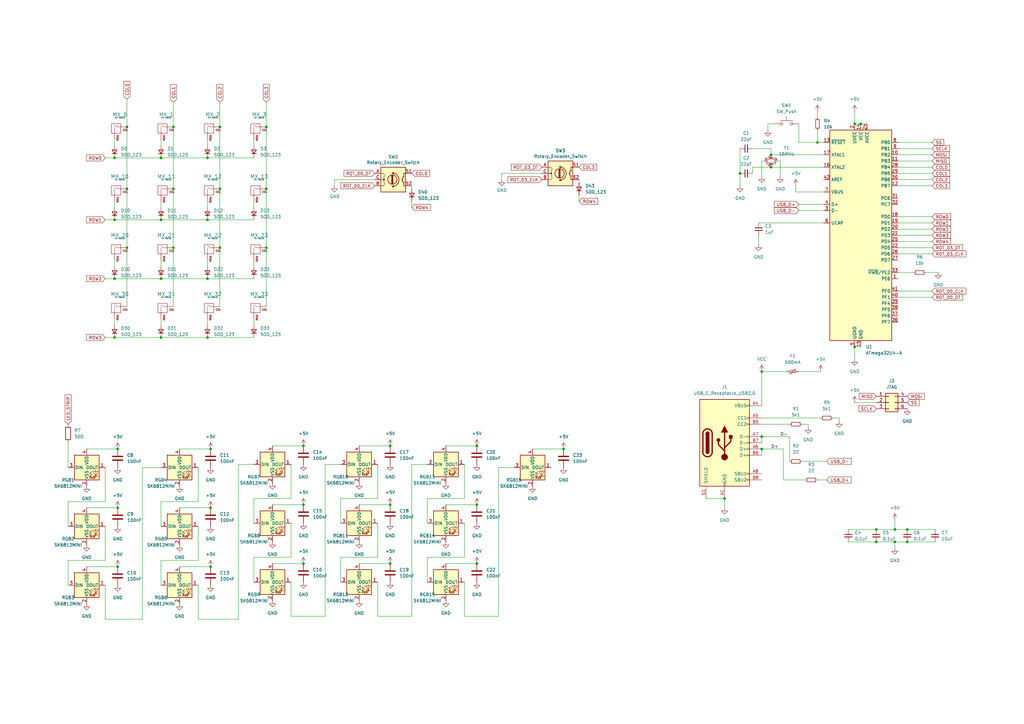
<source format=kicad_sch>
(kicad_sch (version 20211123) (generator eeschema)
  (paper "A3")
  (title_block (title "MacroPad") (rev "2"))
  (junction (at 52.07 77.47))
  (junction (at 316.23 63.5))
  (junction (at 160.02 207.01))
  (junction (at 312.42 184.15))
  (junction (at 52.07 52.07))
  (junction (at 90.17 101.6))
  (junction (at 359.41 222.25))
  (junction (at 312.42 152.4))
  (junction (at 109.22 52.07))
  (junction (at 85.09 64.77))
  (junction (at 372.11 217.17))
  (junction (at 367.03 222.25))
  (junction (at 195.58 182.88))
  (junction (at 85.09 90.17))
  (junction (at 71.12 101.6))
  (junction (at 350.52 142.24))
  (junction (at 66.04 64.77))
  (junction (at 85.09 138.43))
  (junction (at 71.12 77.47))
  (junction (at 66.04 138.43))
  (junction (at 124.46 231.14))
  (junction (at 86.36 184.15))
  (junction (at 353.06 50.8))
  (junction (at 86.36 208.28))
  (junction (at 303.53 71.12))
  (junction (at 90.17 52.07))
  (junction (at 66.04 114.3))
  (junction (at 86.36 232.41))
  (junction (at 195.58 207.01))
  (junction (at 109.22 101.6))
  (junction (at 90.17 77.47))
  (junction (at 367.03 217.17))
  (junction (at 85.09 114.3))
  (junction (at 335.28 58.42))
  (junction (at 48.26 208.28))
  (junction (at 46.99 138.43))
  (junction (at 46.99 114.3))
  (junction (at 297.18 204.47))
  (junction (at 124.46 182.88))
  (junction (at 231.14 184.15))
  (junction (at 66.04 90.17))
  (junction (at 48.26 232.41))
  (junction (at 350.52 50.8))
  (junction (at 71.12 52.07))
  (junction (at 109.22 77.47))
  (junction (at 195.58 231.14))
  (junction (at 124.46 207.01))
  (junction (at 372.11 222.25))
  (junction (at 48.26 184.15))
  (junction (at 312.42 179.07))
  (junction (at 46.99 64.77))
  (junction (at 52.07 101.6))
  (junction (at 359.41 217.17))
  (junction (at 316.23 68.58))
  (junction (at 160.02 231.14))
  (junction (at 160.02 182.88))
  (junction (at 46.99 90.17))
  (wire (pts (xy 66.04 229.87) (xy 66.04 240.03)))
  (wire (pts (xy 154.94 238.76) (xy 154.94 252.73)))
  (wire (pts (xy 382.27 104.14) (xy 368.3 104.14)))
  (wire (pts (xy 119.38 228.6) (xy 104.14 228.6)))
  (wire (pts (xy 347.98 222.25) (xy 359.41 222.25)))
  (wire (pts (xy 85.09 90.17) (xy 104.14 90.17)))
  (wire (pts (xy 43.18 215.9) (xy 43.18 229.87)))
  (wire (pts (xy 97.79 190.5) (xy 104.14 190.5)))
  (wire (pts (xy 368.3 71.12) (xy 382.27 71.12)))
  (wire (pts (xy 297.18 204.47) (xy 297.18 208.28)))
  (wire (pts (xy 104.14 204.47) (xy 104.14 214.63)))
  (wire (pts (xy 327.66 58.42) (xy 335.28 58.42)))
  (wire (pts (xy 90.17 52.07) (xy 90.17 77.47)))
  (wire (pts (xy 204.47 252.73) (xy 204.47 191.77)))
  (wire (pts (xy 66.04 205.74) (xy 66.04 215.9)))
  (wire (pts (xy 66.04 64.77) (xy 85.09 64.77)))
  (wire (pts (xy 327.66 50.8) (xy 327.66 58.42)))
  (wire (pts (xy 350.52 142.24) (xy 353.06 142.24)))
  (wire (pts (xy 111.76 207.01) (xy 124.46 207.01)))
  (wire (pts (xy 379.73 111.76) (xy 384.81 111.76)))
  (wire (pts (xy 104.14 228.6) (xy 104.14 238.76)))
  (wire (pts (xy 46.99 90.17) (xy 66.04 90.17)))
  (wire (pts (xy 312.42 173.99) (xy 323.85 173.99)))
  (wire (pts (xy 353.06 50.8) (xy 355.6 50.8)))
  (wire (pts (xy 367.03 213.36) (xy 367.03 217.17)))
  (wire (pts (xy 43.18 90.17) (xy 46.99 90.17)))
  (wire (pts (xy 133.35 190.5) (xy 139.7 190.5)))
  (wire (pts (xy 154.94 214.63) (xy 154.94 228.6)))
  (wire (pts (xy 303.53 60.96) (xy 303.53 71.12)))
  (wire (pts (xy 147.32 182.88) (xy 160.02 182.88)))
  (wire (pts (xy 35.56 208.28) (xy 48.26 208.28)))
  (wire (pts (xy 109.22 77.47) (xy 109.22 101.6)))
  (wire (pts (xy 190.5 228.6) (xy 175.26 228.6)))
  (wire (pts (xy 335.28 196.85) (xy 339.09 196.85)))
  (wire (pts (xy 190.5 252.73) (xy 204.47 252.73)))
  (wire (pts (xy 312.42 171.45) (xy 336.55 171.45)))
  (wire (pts (xy 58.42 254) (xy 58.42 191.77)))
  (wire (pts (xy 289.56 204.47) (xy 297.18 204.47)))
  (wire (pts (xy 81.28 215.9) (xy 81.28 229.87)))
  (wire (pts (xy 350.52 165.1) (xy 359.41 165.1)))
  (wire (pts (xy 81.28 205.74) (xy 66.04 205.74)))
  (wire (pts (xy 168.91 77.47) (xy 168.91 76.2)))
  (wire (pts (xy 43.18 138.43) (xy 46.99 138.43)))
  (wire (pts (xy 71.12 52.07) (xy 71.12 77.47)))
  (wire (pts (xy 326.39 76.2) (xy 326.39 78.74)))
  (wire (pts (xy 347.98 217.17) (xy 359.41 217.17)))
  (wire (pts (xy 139.7 204.47) (xy 139.7 214.63)))
  (wire (pts (xy 312.42 179.07) (xy 323.85 179.07)))
  (wire (pts (xy 368.3 99.06) (xy 382.27 99.06)))
  (wire (pts (xy 341.63 171.45) (xy 344.17 171.45)))
  (wire (pts (xy 368.3 96.52) (xy 382.27 96.52)))
  (wire (pts (xy 52.07 40.64) (xy 52.07 52.07)))
  (wire (pts (xy 52.07 77.47) (xy 52.07 101.6)))
  (wire (pts (xy 119.38 190.5) (xy 119.38 204.47)))
  (wire (pts (xy 85.09 130.81) (xy 85.09 133.35)))
  (wire (pts (xy 313.69 66.04) (xy 312.42 66.04)))
  (wire (pts (xy 368.3 93.98) (xy 382.27 93.98)))
  (wire (pts (xy 204.47 191.77) (xy 210.82 191.77)))
  (wire (pts (xy 66.04 130.81) (xy 66.04 133.35)))
  (wire (pts (xy 182.88 182.88) (xy 195.58 182.88)))
  (wire (pts (xy 175.26 204.47) (xy 175.26 214.63)))
  (wire (pts (xy 154.94 252.73) (xy 168.91 252.73)))
  (wire (pts (xy 368.3 60.96) (xy 382.27 60.96)))
  (wire (pts (xy 367.03 217.17) (xy 372.11 217.17)))
  (wire (pts (xy 66.04 90.17) (xy 85.09 90.17)))
  (wire (pts (xy 372.11 217.17) (xy 383.54 217.17)))
  (wire (pts (xy 328.93 173.99) (xy 331.47 173.99)))
  (wire (pts (xy 321.31 184.15) (xy 312.42 184.15)))
  (wire (pts (xy 205.74 71.12) (xy 205.74 73.66)))
  (wire (pts (xy 168.91 82.55) (xy 168.91 85.09)))
  (wire (pts (xy 81.28 254) (xy 97.79 254)))
  (wire (pts (xy 109.22 41.91) (xy 109.22 52.07)))
  (wire (pts (xy 43.18 254) (xy 58.42 254)))
  (wire (pts (xy 81.28 240.03) (xy 81.28 254)))
  (wire (pts (xy 71.12 101.6) (xy 71.12 125.73)))
  (wire (pts (xy 71.12 41.91) (xy 71.12 52.07)))
  (wire (pts (xy 81.28 229.87) (xy 66.04 229.87)))
  (wire (pts (xy 335.28 53.34) (xy 335.28 58.42)))
  (wire (pts (xy 182.88 231.14) (xy 195.58 231.14)))
  (wire (pts (xy 190.5 204.47) (xy 175.26 204.47)))
  (wire (pts (xy 27.94 181.61) (xy 27.94 191.77)))
  (wire (pts (xy 111.76 231.14) (xy 124.46 231.14)))
  (wire (pts (xy 175.26 228.6) (xy 175.26 238.76)))
  (wire (pts (xy 43.18 240.03) (xy 43.18 254)))
  (wire (pts (xy 137.16 73.66) (xy 137.16 76.2)))
  (wire (pts (xy 318.77 66.04) (xy 320.04 66.04)))
  (wire (pts (xy 147.32 207.01) (xy 160.02 207.01)))
  (wire (pts (xy 66.04 138.43) (xy 85.09 138.43)))
  (wire (pts (xy 81.28 191.77) (xy 81.28 205.74)))
  (wire (pts (xy 154.94 228.6) (xy 139.7 228.6)))
  (wire (pts (xy 368.3 63.5) (xy 382.27 63.5)))
  (wire (pts (xy 43.18 229.87) (xy 27.94 229.87)))
  (wire (pts (xy 182.88 207.01) (xy 195.58 207.01)))
  (wire (pts (xy 85.09 106.68) (xy 85.09 109.22)))
  (wire (pts (xy 52.07 52.07) (xy 52.07 77.47)))
  (wire (pts (xy 327.66 83.82) (xy 337.82 83.82)))
  (wire (pts (xy 316.23 68.58) (xy 337.82 68.58)))
  (wire (pts (xy 109.22 101.6) (xy 109.22 125.73)))
  (wire (pts (xy 327.66 152.4) (xy 336.55 152.4)))
  (wire (pts (xy 382.27 101.6) (xy 368.3 101.6)))
  (wire (pts (xy 46.99 57.15) (xy 46.99 59.69)))
  (wire (pts (xy 368.3 76.2) (xy 382.27 76.2)))
  (wire (pts (xy 321.31 196.85) (xy 321.31 184.15)))
  (wire (pts (xy 367.03 222.25) (xy 367.03 224.79)))
  (wire (pts (xy 154.94 204.47) (xy 139.7 204.47)))
  (wire (pts (xy 58.42 191.77) (xy 66.04 191.77)))
  (wire (pts (xy 312.42 179.07) (xy 312.42 181.61)))
  (wire (pts (xy 52.07 101.6) (xy 52.07 125.73)))
  (wire (pts (xy 46.99 114.3) (xy 66.04 114.3)))
  (wire (pts (xy 190.5 214.63) (xy 190.5 228.6)))
  (wire (pts (xy 71.12 77.47) (xy 71.12 101.6)))
  (wire (pts (xy 222.25 71.12) (xy 205.74 71.12)))
  (wire (pts (xy 27.94 229.87) (xy 27.94 240.03)))
  (wire (pts (xy 312.42 184.15) (xy 312.42 186.69)))
  (wire (pts (xy 109.22 52.07) (xy 109.22 77.47)))
  (wire (pts (xy 359.41 217.17) (xy 367.03 217.17)))
  (wire (pts (xy 372.11 222.25) (xy 383.54 222.25)))
  (wire (pts (xy 85.09 57.15) (xy 85.09 59.69)))
  (wire (pts (xy 327.66 86.36) (xy 337.82 86.36)))
  (wire (pts (xy 359.41 222.25) (xy 367.03 222.25)))
  (wire (pts (xy 382.27 119.38) (xy 368.3 119.38)))
  (wire (pts (xy 66.04 114.3) (xy 85.09 114.3)))
  (wire (pts (xy 367.03 222.25) (xy 372.11 222.25)))
  (wire (pts (xy 46.99 64.77) (xy 66.04 64.77)))
  (wire (pts (xy 368.3 66.04) (xy 382.27 66.04)))
  (wire (pts (xy 66.04 106.68) (xy 66.04 109.22)))
  (wire (pts (xy 119.38 238.76) (xy 119.38 252.73)))
  (wire (pts (xy 326.39 78.74) (xy 337.82 78.74)))
  (wire (pts (xy 320.04 66.04) (xy 320.04 72.39)))
  (wire (pts (xy 316.23 68.58) (xy 308.61 68.58)))
  (wire (pts (xy 168.91 252.73) (xy 168.91 190.5)))
  (wire (pts (xy 97.79 254) (xy 97.79 190.5)))
  (wire (pts (xy 237.49 80.01) (xy 237.49 82.55)))
  (wire (pts (xy 66.04 57.15) (xy 66.04 59.69)))
  (wire (pts (xy 27.94 205.74) (xy 27.94 215.9)))
  (wire (pts (xy 35.56 232.41) (xy 48.26 232.41)))
  (wire (pts (xy 73.66 184.15) (xy 86.36 184.15)))
  (wire (pts (xy 119.38 204.47) (xy 104.14 204.47)))
  (wire (pts (xy 311.15 91.44) (xy 337.82 91.44)))
  (wire (pts (xy 350.52 45.72) (xy 350.52 50.8)))
  (wire (pts (xy 316.23 60.96) (xy 308.61 60.96)))
  (wire (pts (xy 237.49 74.93) (xy 237.49 73.66)))
  (wire (pts (xy 43.18 64.77) (xy 46.99 64.77)))
  (wire (pts (xy 119.38 214.63) (xy 119.38 228.6)))
  (wire (pts (xy 85.09 114.3) (xy 104.14 114.3)))
  (wire (pts (xy 90.17 77.47) (xy 90.17 101.6)))
  (wire (pts (xy 190.5 190.5) (xy 190.5 204.47)))
  (wire (pts (xy 73.66 208.28) (xy 86.36 208.28)))
  (wire (pts (xy 104.14 82.55) (xy 104.14 85.09)))
  (wire (pts (xy 154.94 190.5) (xy 154.94 204.47)))
  (wire (pts (xy 133.35 252.73) (xy 133.35 190.5)))
  (wire (pts (xy 46.99 138.43) (xy 66.04 138.43)))
  (wire (pts (xy 153.67 73.66) (xy 137.16 73.66)))
  (wire (pts (xy 316.23 63.5) (xy 316.23 60.96)))
  (wire (pts (xy 368.3 111.76) (xy 374.65 111.76)))
  (wire (pts (xy 218.44 184.15) (xy 231.14 184.15)))
  (wire (pts (xy 308.61 68.58) (xy 308.61 71.12)))
  (wire (pts (xy 323.85 179.07) (xy 323.85 189.23)))
  (wire (pts (xy 382.27 121.92) (xy 368.3 121.92)))
  (wire (pts (xy 46.99 130.81) (xy 46.99 133.35)))
  (wire (pts (xy 85.09 138.43) (xy 104.14 138.43)))
  (wire (pts (xy 303.53 71.12) (xy 303.53 76.2)))
  (wire (pts (xy 312.42 166.37) (xy 312.42 152.4)))
  (wire (pts (xy 104.14 57.15) (xy 104.14 59.69)))
  (wire (pts (xy 328.93 189.23) (xy 339.09 189.23)))
  (wire (pts (xy 111.76 182.88) (xy 124.46 182.88)))
  (wire (pts (xy 350.52 50.8) (xy 353.06 50.8)))
  (wire (pts (xy 368.3 68.58) (xy 382.27 68.58)))
  (wire (pts (xy 90.17 41.91) (xy 90.17 52.07)))
  (wire (pts (xy 312.42 66.04) (xy 312.42 72.39)))
  (wire (pts (xy 190.5 238.76) (xy 190.5 252.73)))
  (wire (pts (xy 85.09 64.77) (xy 104.14 64.77)))
  (wire (pts (xy 104.14 130.81) (xy 104.14 133.35)))
  (wire (pts (xy 368.3 73.66) (xy 382.27 73.66)))
  (wire (pts (xy 350.52 142.24) (xy 350.52 147.32)))
  (wire (pts (xy 90.17 101.6) (xy 90.17 125.73)))
  (wire (pts (xy 119.38 252.73) (xy 133.35 252.73)))
  (wire (pts (xy 66.04 82.55) (xy 66.04 85.09)))
  (wire (pts (xy 147.32 231.14) (xy 160.02 231.14)))
  (wire (pts (xy 344.17 171.45) (xy 344.17 172.72)))
  (wire (pts (xy 368.3 58.42) (xy 382.27 58.42)))
  (wire (pts (xy 46.99 82.55) (xy 46.99 85.09)))
  (wire (pts (xy 35.56 184.15) (xy 48.26 184.15)))
  (wire (pts (xy 104.14 106.68) (xy 104.14 109.22)))
  (wire (pts (xy 335.28 45.72) (xy 335.28 48.26)))
  (wire (pts (xy 139.7 228.6) (xy 139.7 238.76)))
  (wire (pts (xy 331.47 173.99) (xy 331.47 175.26)))
  (wire (pts (xy 368.3 88.9) (xy 382.27 88.9)))
  (wire (pts (xy 85.09 82.55) (xy 85.09 85.09)))
  (wire (pts (xy 316.23 63.5) (xy 337.82 63.5)))
  (wire (pts (xy 317.5 50.8) (xy 314.96 50.8)))
  (wire (pts (xy 311.15 96.52) (xy 311.15 100.33)))
  (wire (pts (xy 335.28 58.42) (xy 337.82 58.42)))
  (wire (pts (xy 330.2 196.85) (xy 321.31 196.85)))
  (wire (pts (xy 43.18 114.3) (xy 46.99 114.3)))
  (wire (pts (xy 46.99 106.68) (xy 46.99 109.22)))
  (wire (pts (xy 43.18 191.77) (xy 43.18 205.74)))
  (wire (pts (xy 314.96 50.8) (xy 314.96 53.34)))
  (wire (pts (xy 73.66 232.41) (xy 86.36 232.41)))
  (wire (pts (xy 368.3 91.44) (xy 382.27 91.44)))
  (wire (pts (xy 168.91 190.5) (xy 175.26 190.5)))
  (wire (pts (xy 43.18 205.74) (xy 27.94 205.74)))
  (wire (pts (xy 312.42 152.4) (xy 322.58 152.4)))
  (label "D-" (at 320.04 179.07 0))
  (label "D+" (at 316.23 184.15 0))
  (global_label "COL0" (shape input) (at 168.91 71.12 0) (property "Intersheet References" "${INTERSHEET_REFS}" (effects hide)))
  (global_label "ROW0" (shape input) (at 382.27 88.9 0) (property "Intersheet References" "${INTERSHEET_REFS}" (effects hide)))
  (global_label "ROW2" (shape input) (at 43.18 114.3 180) (property "Intersheet References" "${INTERSHEET_REFS}" (effects hide)))
  (global_label "COL0" (shape input) (at 382.27 68.58 0) (property "Intersheet References" "${INTERSHEET_REFS}" (effects hide)))
  (global_label "SCLK" (shape input) (at 382.27 60.96 0) (property "Intersheet References" "${INTERSHEET_REFS}" (effects hide)))
  (global_label "ROW4" (shape input) (at 237.49 82.55 0) (property "Intersheet References" "${INTERSHEET_REFS}" (effects hide)))
  (global_label "MOSI" (shape input) (at 372.11 162.56 0) (property "Intersheet References" "${INTERSHEET_REFS}" (effects hide)))
  (global_label "ROT_00_CLK" (shape input) (at 153.67 76.2 180) (property "Intersheet References" "${INTERSHEET_REFS}" (effects hide)))
  (global_label "SCLK" (shape input) (at 359.41 167.64 180) (property "Intersheet References" "${INTERSHEET_REFS}" (effects hide)))
  (global_label "ROT_00_CLK" (shape input) (at 382.27 119.38 0) (property "Intersheet References" "${INTERSHEET_REFS}" (effects hide)))
  (global_label "ROW2" (shape input) (at 382.27 93.98 0) (property "Intersheet References" "${INTERSHEET_REFS}" (effects hide)))
  (global_label "COL3" (shape input) (at 237.49 68.58 0) (property "Intersheet References" "${INTERSHEET_REFS}" (effects hide)))
  (global_label "ROT_03_DT" (shape input) (at 382.27 101.6 0) (property "Intersheet References" "${INTERSHEET_REFS}" (effects hide)))
  (global_label "MISO" (shape input) (at 382.27 66.04 0) (property "Intersheet References" "${INTERSHEET_REFS}" (effects hide)))
  (global_label "ROW4" (shape input) (at 168.91 85.09 0) (property "Intersheet References" "${INTERSHEET_REFS}" (effects hide)))
  (global_label "COL3" (shape input) (at 109.22 41.91 90) (property "Intersheet References" "${INTERSHEET_REFS}" (effects hide)))
  (global_label "SS" (shape input) (at 382.27 58.42 0) (property "Intersheet References" "${INTERSHEET_REFS}" (effects hide)))
  (global_label "ROW3" (shape input) (at 382.27 96.52 0) (property "Intersheet References" "${INTERSHEET_REFS}" (effects hide)))
  (global_label "COL3" (shape input) (at 382.27 76.2 0) (property "Intersheet References" "${INTERSHEET_REFS}" (effects hide)))
  (global_label "ROW1" (shape input) (at 382.27 91.44 0) (property "Intersheet References" "${INTERSHEET_REFS}" (effects hide)))
  (global_label "COL2" (shape input) (at 382.27 73.66 0) (property "Intersheet References" "${INTERSHEET_REFS}" (effects hide)))
  (global_label "COL1" (shape input) (at 71.12 41.91 90) (property "Intersheet References" "${INTERSHEET_REFS}" (effects hide)))
  (global_label "MOSI" (shape input) (at 382.27 63.5 0) (property "Intersheet References" "${INTERSHEET_REFS}" (effects hide)))
  (global_label "MISO" (shape input) (at 359.41 162.56 180) (property "Intersheet References" "${INTERSHEET_REFS}" (effects hide)))
  (global_label "COL1" (shape input) (at 382.27 71.12 0) (property "Intersheet References" "${INTERSHEET_REFS}" (effects hide)))
  (global_label "ROW3" (shape input) (at 43.18 138.43 180) (property "Intersheet References" "${INTERSHEET_REFS}" (effects hide)))
  (global_label "LED_STRIP" (shape input) (at 27.94 173.99 90) (property "Intersheet References" "${INTERSHEET_REFS}" (effects hide)))
  (global_label "USB_D+" (shape input) (at 339.09 196.85 0) (property "Intersheet References" "${INTERSHEET_REFS}" (effects hide)))
  (global_label "ROW4" (shape input) (at 382.27 99.06 0) (property "Intersheet References" "${INTERSHEET_REFS}" (effects hide)))
  (global_label "USB_D-" (shape input) (at 339.09 189.23 0) (property "Intersheet References" "${INTERSHEET_REFS}" (effects hide)))
  (global_label "ROT_03_CLK" (shape input) (at 222.25 73.66 180) (property "Intersheet References" "${INTERSHEET_REFS}" (effects hide)))
  (global_label "ROW1" (shape input) (at 43.18 90.17 180) (property "Intersheet References" "${INTERSHEET_REFS}" (effects hide)))
  (global_label "SS" (shape input) (at 372.11 165.1 0) (property "Intersheet References" "${INTERSHEET_REFS}" (effects hide)))
  (global_label "COL0" (shape input) (at 52.07 40.64 90) (property "Intersheet References" "${INTERSHEET_REFS}" (effects hide)))
  (global_label "USB_D-" (shape input) (at 327.66 86.36 180) (property "Intersheet References" "${INTERSHEET_REFS}" (effects hide)))
  (global_label "COL2" (shape input) (at 90.17 41.91 90) (property "Intersheet References" "${INTERSHEET_REFS}" (effects hide)))
  (global_label "ROW0" (shape input) (at 43.18 64.77 180) (property "Intersheet References" "${INTERSHEET_REFS}" (effects hide)))
  (global_label "ROT_00_DT" (shape input) (at 153.67 71.12 180) (property "Intersheet References" "${INTERSHEET_REFS}" (effects hide)))
  (global_label "ROT_03_CLK" (shape input) (at 382.27 104.14 0) (property "Intersheet References" "${INTERSHEET_REFS}" (effects hide)))
  (global_label "ROT_03_DT" (shape input) (at 222.25 68.58 180) (property "Intersheet References" "${INTERSHEET_REFS}" (effects hide)))
  (global_label "ROT_00_DT" (shape input) (at 382.27 121.92 0) (property "Intersheet References" "${INTERSHEET_REFS}" (effects hide)))
  (global_label "USB_D+" (shape input) (at 327.66 83.82 180) (property "Intersheet References" "${INTERSHEET_REFS}" (effects hide)))
  (symbol (lib_id "Device:C") (at 195.58 234.95 0) (unit 1)
    (property "Reference" "C22" (at 199.39 233.6799 0) (effects (justify left)))
    (property "Value" "100nF" (at 199.39 236.2199 0) (effects (justify left)))
    (property "Footprint" "Capacitor_SMD:C_0805_2012Metric" (effects hide))
  )
  (symbol (lib_id "power:+5V") (at 231.14 184.15 0) (unit 1)
    (property "Reference" "#PWR0166" (effects hide))
    (property "Value" "+5V" (at 231.14 179.07 0))
  )
  (symbol (lib_id "power:+5V") (at 350.52 165.1 0) (unit 1)
    (property "Reference" "#PWR0104" (effects hide))
    (property "Value" "+5V" (at 350.52 160.02 0))
  )
  (symbol (lib_id "Device:C") (at 231.14 187.96 0) (unit 1)
    (property "Reference" "C23" (at 234.95 186.6899 0) (effects (justify left)))
    (property "Value" "100nF" (at 234.95 189.2299 0) (effects (justify left)))
    (property "Footprint" "Capacitor_SMD:C_0805_2012Metric" (effects hide))
  )
  (symbol (lib_id "power:GND") (at 86.36 240.03 0) (unit 1)
    (property "Reference" "#PWR0147" (effects hide))
    (property "Value" "GND" (at 86.36 245.11 0))
  )
  (symbol (lib_id "power:+5V") (at 124.46 231.14 0) (unit 1)
    (property "Reference" "#PWR0120" (effects hide))
    (property "Value" "+5V" (at 124.46 226.06 0))
  )
  (symbol (lib_id "power:GND") (at 303.53 76.2 0) (unit 1)
    (property "Reference" "#PWR0110" (effects hide))
    (property "Value" "GND" (at 303.53 81.28 0))
  )
  (symbol (lib_id "Device:R_Small") (at 326.39 189.23 90) (unit 1)
    (property "Reference" "R2" (at 326.39 182.88 90))
    (property "Value" "22" (at 326.39 185.42 90))
    (property "Footprint" "Resistor_SMD:R_0805_2012Metric" (effects hide))
  )
  (symbol (lib_id "MX_Alps_Hybrid:MX-NoLED") (at 86.36 102.87 0) (unit 1)
    (property "Reference" "MX_22" (at 87.2456 96.52 0) (effects (font (size 1.524 1.524))))
    (property "Value" "MX-NoLED" (at 87.2456 97.79 0) (effects (font (size 0.508 0.508))))
    (property "Footprint" "Button_Switch_Keyboard:SW_Cherry_MX_1.00u_Plate" (effects hide))
  )
  (symbol (lib_id "Device:R") (at 27.94 177.8 0) (unit 1)
    (property "Reference" "R7" (at 30.48 176.5299 0) (effects (justify left)))
    (property "Value" "500" (at 30.48 179.0699 0) (effects (justify left)))
    (property "Footprint" "Resistor_SMD:R_0805_2012Metric" (effects hide))
  )
  (symbol (lib_id "LED:SK6812MINI") (at 73.66 191.77 0) (unit 1)
    (property "Reference" "RGB4" (at 66.04 196.85 0))
    (property "Value" "SK6812MINI" (at 66.04 199.39 0))
    (property "Footprint" "LED_SMD:LED_SK6812MINI_PLCC4_3.5x3.5mm_P1.75mm" (effects hide))
    (property "Datasheet" "https://cdn-shop.adafruit.com/product-files/2686/SK6812MINI_REV.01-1-2.pdf" (effects hide))
  )
  (symbol (lib_id "MX_Alps_Hybrid:MX-NoLED") (at 67.31 127 0) (unit 1)
    (property "Reference" "MX_31" (at 68.1956 120.65 0) (effects (font (size 1.524 1.524))))
    (property "Value" "MX-NoLED" (at 68.1956 121.92 0) (effects (font (size 0.508 0.508))))
    (property "Footprint" "Button_Switch_Keyboard:SW_Cherry_MX_1.00u_Plate" (effects hide))
  )
  (symbol (lib_id "macropad-rescue:Rotary_Encoder_Switch-Device") (at 229.87 71.12 0) (unit 1)
    (property "Reference" "SW3" (at 229.87 61.7982 0))
    (property "Value" "Rotary_Encoder_Switch" (at 229.87 64.1096 0))
    (property "Footprint" "Rotary_Encoder:RotaryEncoder_Alps_EC11E-Switch_Vertical_H20mm" (effects hide))
  )
  (symbol (lib_id "Device:C") (at 124.46 234.95 0) (unit 1)
    (property "Reference" "C16" (at 128.27 233.6799 0) (effects (justify left)))
    (property "Value" "100nF" (at 128.27 236.2199 0) (effects (justify left)))
    (property "Footprint" "Capacitor_SMD:C_0805_2012Metric" (effects hide))
  )
  (symbol (lib_id "power:GND") (at 218.44 199.39 0) (unit 1)
    (property "Reference" "#PWR0168" (effects hide))
    (property "Value" "GND" (at 218.44 204.47 0))
  )
  (symbol (lib_id "MX_Alps_Hybrid:MX-NoLED") (at 86.36 127 0) (unit 1)
    (property "Reference" "MX_32" (at 87.2456 120.65 0) (effects (font (size 1.524 1.524))))
    (property "Value" "MX-NoLED" (at 87.2456 121.92 0) (effects (font (size 0.508 0.508))))
    (property "Footprint" "Button_Switch_Keyboard:SW_Cherry_MX_1.00u_Plate" (effects hide))
  )
  (symbol (lib_id "Device:C_Small") (at 359.41 219.71 0) (unit 1)
    (property "Reference" "C5" (at 361.95 218.4462 0) (effects (justify left)))
    (property "Value" "0.1uF" (at 361.95 220.9862 0) (effects (justify left)))
    (property "Footprint" "Capacitor_SMD:C_0805_2012Metric" (effects hide))
  )
  (symbol (lib_id "power:GND") (at 182.88 246.38 0) (unit 1)
    (property "Reference" "#PWR0158" (effects hide))
    (property "Value" "GND" (at 182.88 251.46 0))
  )
  (symbol (lib_id "power:+5V") (at 195.58 182.88 0) (unit 1)
    (property "Reference" "#PWR0165" (effects hide))
    (property "Value" "+5V" (at 195.58 177.8 0))
  )
  (symbol (lib_id "power:GND") (at 73.66 223.52 0) (unit 1)
    (property "Reference" "#PWR0146" (effects hide))
    (property "Value" "GND" (at 73.66 228.6 0))
  )
  (symbol (lib_id "macropad-rescue:Rotary_Encoder_Switch-Device") (at 161.29 73.66 0) (unit 1)
    (property "Reference" "SW2" (at 161.29 64.3382 0))
    (property "Value" "Rotary_Encoder_Switch" (at 161.29 66.6496 0))
    (property "Footprint" "Rotary_Encoder:RotaryEncoder_Alps_EC11E-Switch_Vertical_H20mm" (effects hide))
  )
  (symbol (lib_id "MX_Alps_Hybrid:MX-NoLED") (at 86.36 78.74 0) (unit 1)
    (property "Reference" "MX_12" (at 87.2456 72.39 0) (effects (font (size 1.524 1.524))))
    (property "Value" "MX-NoLED" (at 87.2456 73.66 0) (effects (font (size 0.508 0.508))))
    (property "Footprint" "Button_Switch_Keyboard:SW_Cherry_MX_1.00u_Plate" (effects hide))
  )
  (symbol (lib_id "power:GND") (at 124.46 190.5 0) (unit 1)
    (property "Reference" "#PWR0135" (effects hide))
    (property "Value" "GND" (at 124.46 195.58 0))
  )
  (symbol (lib_id "LED:SK6812MINI") (at 35.56 215.9 0) (unit 1)
    (property "Reference" "RGB2" (at 27.94 220.98 0))
    (property "Value" "SK6812MINI" (at 27.94 223.52 0))
    (property "Footprint" "LED_SMD:LED_SK6812MINI_PLCC4_3.5x3.5mm_P1.75mm" (effects hide))
    (property "Datasheet" "https://cdn-shop.adafruit.com/product-files/2686/SK6812MINI_REV.01-1-2.pdf" (effects hide))
  )
  (symbol (lib_id "power:GND") (at 160.02 190.5 0) (unit 1)
    (property "Reference" "#PWR0139" (effects hide))
    (property "Value" "GND" (at 160.02 195.58 0))
  )
  (symbol (lib_id "Device:C") (at 48.26 236.22 0) (unit 1)
    (property "Reference" "C10" (at 52.07 234.9499 0) (effects (justify left)))
    (property "Value" "100nF" (at 52.07 237.4899 0) (effects (justify left)))
    (property "Footprint" "Capacitor_SMD:C_0805_2012Metric" (effects hide))
  )
  (symbol (lib_id "Device:D_Small") (at 46.99 135.89 90) (unit 1)
    (property "Reference" "D30" (at 49.53 134.6199 90) (effects (justify right)))
    (property "Value" "SOD_123" (at 49.53 137.1599 90) (effects (justify right)))
    (property "Footprint" "Diode_SMD:D_0805_2012Metric" (effects hide))
  )
  (symbol (lib_id "Device:D_Small") (at 85.09 87.63 90) (unit 1)
    (property "Reference" "D12" (at 87.63 86.3599 90) (effects (justify right)))
    (property "Value" "SOD_123" (at 87.63 88.8999 90) (effects (justify right)))
    (property "Footprint" "Diode_SMD:D_0805_2012Metric" (effects hide))
  )
  (symbol (lib_id "Device:C") (at 160.02 186.69 0) (unit 1)
    (property "Reference" "C17" (at 163.83 185.4199 0) (effects (justify left)))
    (property "Value" "100nF" (at 163.83 187.9599 0) (effects (justify left)))
    (property "Footprint" "Capacitor_SMD:C_0805_2012Metric" (effects hide))
  )
  (symbol (lib_id "power:GND") (at 86.36 191.77 0) (unit 1)
    (property "Reference" "#PWR0143" (effects hide))
    (property "Value" "GND" (at 86.36 196.85 0))
  )
  (symbol (lib_id "LED:SK6812MINI") (at 35.56 240.03 0) (unit 1)
    (property "Reference" "RGB3" (at 27.94 245.11 0))
    (property "Value" "SK6812MINI" (at 27.94 247.65 0))
    (property "Footprint" "LED_SMD:LED_SK6812MINI_PLCC4_3.5x3.5mm_P1.75mm" (effects hide))
    (property "Datasheet" "https://cdn-shop.adafruit.com/product-files/2686/SK6812MINI_REV.01-1-2.pdf" (effects hide))
  )
  (symbol (lib_id "LED:SK6812MINI") (at 111.76 238.76 0) (unit 1)
    (property "Reference" "RGB9" (at 104.14 243.84 0))
    (property "Value" "SK6812MINI" (at 104.14 246.38 0))
    (property "Footprint" "LED_SMD:LED_SK6812MINI_PLCC4_3.5x3.5mm_P1.75mm" (effects hide))
    (property "Datasheet" "https://cdn-shop.adafruit.com/product-files/2686/SK6812MINI_REV.01-1-2.pdf" (effects hide))
  )
  (symbol (lib_id "Device:D_Small") (at 85.09 111.76 90) (unit 1)
    (property "Reference" "D22" (at 87.63 110.4899 90) (effects (justify right)))
    (property "Value" "SOD_123" (at 87.63 113.0299 90) (effects (justify right)))
    (property "Footprint" "Diode_SMD:D_0805_2012Metric" (effects hide))
  )
  (symbol (lib_id "power:GND") (at 48.26 240.03 0) (unit 1)
    (property "Reference" "#PWR0145" (effects hide))
    (property "Value" "GND" (at 48.26 245.11 0))
  )
  (symbol (lib_id "power:GND") (at 320.04 72.39 0) (unit 1)
    (property "Reference" "#PWR0107" (effects hide))
    (property "Value" "GND" (at 320.04 77.47 0))
  )
  (symbol (lib_id "power:+5V") (at 86.36 184.15 0) (unit 1)
    (property "Reference" "#PWR0134" (effects hide))
    (property "Value" "+5V" (at 86.36 179.07 0))
  )
  (symbol (lib_id "Device:C") (at 124.46 186.69 0) (unit 1)
    (property "Reference" "C14" (at 128.27 185.4199 0) (effects (justify left)))
    (property "Value" "100nF" (at 128.27 187.9599 0) (effects (justify left)))
    (property "Footprint" "Capacitor_SMD:C_0805_2012Metric" (effects hide))
  )
  (symbol (lib_id "Device:R_Small") (at 332.74 196.85 90) (unit 1)
    (property "Reference" "R3" (at 332.74 190.5 90))
    (property "Value" "22" (at 332.74 193.04 90))
    (property "Footprint" "Resistor_SMD:R_0805_2012Metric" (effects hide))
  )
  (symbol (lib_id "power:GND") (at 111.76 222.25 0) (unit 1)
    (property "Reference" "#PWR0122" (effects hide))
    (property "Value" "GND" (at 111.76 227.33 0))
  )
  (symbol (lib_id "Device:D_Small") (at 85.09 135.89 90) (unit 1)
    (property "Reference" "D32" (at 87.63 134.6199 90) (effects (justify right)))
    (property "Value" "SOD_123" (at 87.63 137.1599 90) (effects (justify right)))
    (property "Footprint" "Diode_SMD:D_0805_2012Metric" (effects hide))
  )
  (symbol (lib_id "Device:C") (at 160.02 210.82 0) (unit 1)
    (property "Reference" "C18" (at 163.83 209.5499 0) (effects (justify left)))
    (property "Value" "100nF" (at 163.83 212.0899 0) (effects (justify left)))
    (property "Footprint" "Capacitor_SMD:C_0805_2012Metric" (effects hide))
  )
  (symbol (lib_id "Device:C") (at 86.36 236.22 0) (unit 1)
    (property "Reference" "C13" (at 90.17 234.9499 0) (effects (justify left)))
    (property "Value" "100nF" (at 90.17 237.4899 0) (effects (justify left)))
    (property "Footprint" "Capacitor_SMD:C_0805_2012Metric" (effects hide))
  )
  (symbol (lib_id "Device:C") (at 160.02 234.95 0) (unit 1)
    (property "Reference" "C19" (at 163.83 233.6799 0) (effects (justify left)))
    (property "Value" "100nF" (at 163.83 236.2199 0) (effects (justify left)))
    (property "Footprint" "Capacitor_SMD:C_0805_2012Metric" (effects hide))
  )
  (symbol (lib_id "power:GND") (at 195.58 214.63 0) (unit 1)
    (property "Reference" "#PWR0161" (effects hide))
    (property "Value" "GND" (at 195.58 219.71 0))
  )
  (symbol (lib_id "power:GND") (at 147.32 246.38 0) (unit 1)
    (property "Reference" "#PWR0123" (effects hide))
    (property "Value" "GND" (at 147.32 251.46 0))
  )
  (symbol (lib_id "power:GND") (at 73.66 199.39 0) (unit 1)
    (property "Reference" "#PWR0153" (effects hide))
    (property "Value" "GND" (at 73.66 204.47 0))
  )
  (symbol (lib_id "LED:SK6812MINI") (at 73.66 240.03 0) (unit 1)
    (property "Reference" "RGB6" (at 66.04 245.11 0))
    (property "Value" "SK6812MINI" (at 66.04 247.65 0))
    (property "Footprint" "LED_SMD:LED_SK6812MINI_PLCC4_3.5x3.5mm_P1.75mm" (effects hide))
    (property "Datasheet" "https://cdn-shop.adafruit.com/product-files/2686/SK6812MINI_REV.01-1-2.pdf" (effects hide))
  )
  (symbol (lib_id "power:GND") (at 367.03 224.79 0) (unit 1)
    (property "Reference" "#PWR0102" (effects hide))
    (property "Value" "GND" (at 367.03 229.87 0))
  )
  (symbol (lib_id "power:GND") (at 384.81 111.76 0) (unit 1)
    (property "Reference" "#PWR0119" (effects hide))
    (property "Value" "GND" (at 384.81 116.84 0))
  )
  (symbol (lib_id "Device:D_Small") (at 85.09 62.23 90) (unit 1)
    (property "Reference" "D2" (at 87.63 60.9599 90) (effects (justify right)))
    (property "Value" "SOD_123" (at 87.63 63.4999 90) (effects (justify right)))
    (property "Footprint" "Diode_SMD:D_0805_2012Metric" (effects hide))
  )
  (symbol (lib_id "Device:R_Small") (at 339.09 171.45 90) (unit 1)
    (property "Reference" "R5" (at 339.09 165.1 90))
    (property "Value" "5k1" (at 339.09 167.64 90))
    (property "Footprint" "Resistor_SMD:R_0805_2012Metric" (effects hide))
  )
  (symbol (lib_id "power:GND") (at 160.02 238.76 0) (unit 1)
    (property "Reference" "#PWR0127" (effects hide))
    (property "Value" "GND" (at 160.02 243.84 0))
  )
  (symbol (lib_id "Switch:SW_Push") (at 322.58 50.8 0) (unit 1)
    (property "Reference" "SW1" (at 322.58 43.18 0))
    (property "Value" "SW_Push" (at 322.58 45.72 0))
    (property "Footprint" "random-keyboard-parts:Reset_Pretty" (effects hide))
  )
  (symbol (lib_id "power:+5V") (at 195.58 231.14 0) (unit 1)
    (property "Reference" "#PWR0160" (effects hide))
    (property "Value" "+5V" (at 195.58 226.06 0))
  )
  (symbol (lib_id "power:+5V") (at 326.39 76.2 0) (unit 1)
    (property "Reference" "#PWR0108" (effects hide))
    (property "Value" "+5V" (at 326.39 71.12 0))
  )
  (symbol (lib_id "power:+5V") (at 367.03 213.36 0) (unit 1)
    (property "Reference" "#PWR0101" (effects hide))
    (property "Value" "+5V" (at 367.03 208.28 0))
  )
  (symbol (lib_id "Device:D_Small") (at 104.14 87.63 90) (unit 1)
    (property "Reference" "D13" (at 106.68 86.3599 90) (effects (justify right)))
    (property "Value" "SOD_123" (at 106.68 88.8999 90) (effects (justify right)))
    (property "Footprint" "Diode_SMD:D_0805_2012Metric" (effects hide))
  )
  (symbol (lib_id "power:GND") (at 147.32 222.25 0) (unit 1)
    (property "Reference" "#PWR0129" (effects hide))
    (property "Value" "GND" (at 147.32 227.33 0))
  )
  (symbol (lib_id "Device:R_Small") (at 335.28 50.8 0) (unit 1)
    (property "Reference" "R4" (at 337.82 49.5299 0) (effects (justify left)))
    (property "Value" "10k" (at 337.82 52.0699 0) (effects (justify left)))
    (property "Footprint" "Resistor_SMD:R_0805_2012Metric" (effects hide))
  )
  (symbol (lib_id "power:GND") (at 124.46 214.63 0) (unit 1)
    (property "Reference" "#PWR0121" (effects hide))
    (property "Value" "GND" (at 124.46 219.71 0))
  )
  (symbol (lib_id "power:+5V") (at 124.46 182.88 0) (unit 1)
    (property "Reference" "#PWR0136" (effects hide))
    (property "Value" "+5V" (at 124.46 177.8 0))
  )
  (symbol (lib_id "Device:Polyfuse_Small") (at 325.12 152.4 90) (unit 1)
    (property "Reference" "F1" (at 325.12 146.05 90))
    (property "Value" "500mA" (at 325.12 148.59 90))
    (property "Footprint" "Fuse:Fuse_0805_2012Metric" (effects hide))
  )
  (symbol (lib_id "power:GND") (at 48.26 191.77 0) (unit 1)
    (property "Reference" "#PWR0151" (effects hide))
    (property "Value" "GND" (at 48.26 196.85 0))
  )
  (symbol (lib_id "power:GND") (at 182.88 198.12 0) (unit 1)
    (property "Reference" "#PWR0157" (effects hide))
    (property "Value" "GND" (at 182.88 203.2 0))
  )
  (symbol (lib_id "MX_Alps_Hybrid:MX-NoLED") (at 105.41 53.34 0) (unit 1)
    (property "Reference" "MX_3" (at 106.2956 46.99 0) (effects (font (size 1.524 1.524))))
    (property "Value" "MX-NoLED" (at 106.2956 48.26 0) (effects (font (size 0.508 0.508))))
    (property "Footprint" "Button_Switch_Keyboard:SW_Cherry_MX_1.00u_Plate" (effects hide))
  )
  (symbol (lib_id "LED:SK6812MINI") (at 147.32 238.76 0) (unit 1)
    (property "Reference" "RGB12" (at 139.7 243.84 0))
    (property "Value" "SK6812MINI" (at 139.7 246.38 0))
    (property "Footprint" "LED_SMD:LED_SK6812MINI_PLCC4_3.5x3.5mm_P1.75mm" (effects hide))
    (property "Datasheet" "https://cdn-shop.adafruit.com/product-files/2686/SK6812MINI_REV.01-1-2.pdf" (effects hide))
  )
  (symbol (lib_id "power:+5V") (at 160.02 182.88 0) (unit 1)
    (property "Reference" "#PWR0140" (effects hide))
    (property "Value" "+5V" (at 160.02 177.8 0))
  )
  (symbol (lib_id "Device:D_Small") (at 168.91 80.01 90) (unit 1)
    (property "Reference" "D40" (at 171.45 78.7399 90) (effects (justify right)))
    (property "Value" "SOD_123" (at 171.45 81.2799 90) (effects (justify right)))
    (property "Footprint" "Diode_SMD:D_0805_2012Metric" (effects hide))
  )
  (symbol (lib_id "MX_Alps_Hybrid:MX-NoLED") (at 48.26 102.87 0) (unit 1)
    (property "Reference" "MX_20" (at 49.1456 96.52 0) (effects (font (size 1.524 1.524))))
    (property "Value" "MX-NoLED" (at 49.1456 97.79 0) (effects (font (size 0.508 0.508))))
    (property "Footprint" "Button_Switch_Keyboard:SW_Cherry_MX_1.00u_Plate" (effects hide))
  )
  (symbol (lib_id "power:GND") (at 147.32 198.12 0) (unit 1)
    (property "Reference" "#PWR0137" (effects hide))
    (property "Value" "GND" (at 147.32 203.2 0))
  )
  (symbol (lib_id "Device:C_Small") (at 383.54 219.71 0) (unit 1)
    (property "Reference" "C7" (at 386.08 218.4462 0) (effects (justify left)))
    (property "Value" "10uF" (at 386.08 220.9862 0) (effects (justify left)))
    (property "Footprint" "Capacitor_SMD:C_0805_2012Metric" (effects hide))
  )
  (symbol (lib_id "Device:D_Small") (at 237.49 77.47 90) (unit 1)
    (property "Reference" "D43" (at 240.03 76.1999 90) (effects (justify right)))
    (property "Value" "SOD_123" (at 240.03 78.7399 90) (effects (justify right)))
    (property "Footprint" "Diode_SMD:D_0805_2012Metric" (effects hide))
  )
  (symbol (lib_id "power:+5V") (at 335.28 45.72 0) (unit 1)
    (property "Reference" "#PWR0113" (effects hide))
    (property "Value" "+5V" (at 335.28 40.64 0))
  )
  (symbol (lib_id "Device:C_Small") (at 347.98 219.71 0) (unit 1)
    (property "Reference" "C4" (at 350.52 218.4462 0) (effects (justify left)))
    (property "Value" "0.1uF" (at 350.52 220.9862 0) (effects (justify left)))
    (property "Footprint" "Capacitor_SMD:C_0805_2012Metric" (effects hide))
  )
  (symbol (lib_id "Device:D_Small") (at 46.99 62.23 90) (unit 1)
    (property "Reference" "D0" (at 49.53 60.9599 90) (effects (justify right)))
    (property "Value" "SOD_123" (at 49.53 63.4999 90) (effects (justify right)))
    (property "Footprint" "Diode_SMD:D_0805_2012Metric" (effects hide))
  )
  (symbol (lib_id "power:GND") (at 312.42 72.39 0) (unit 1)
    (property "Reference" "#PWR0109" (effects hide))
    (property "Value" "GND" (at 312.42 77.47 0))
  )
  (symbol (lib_id "power:+5V") (at 48.26 208.28 0) (unit 1)
    (property "Reference" "#PWR0152" (effects hide))
    (property "Value" "+5V" (at 48.26 203.2 0))
  )
  (symbol (lib_id "Device:R_Small") (at 326.39 173.99 90) (unit 1)
    (property "Reference" "R1" (at 326.39 167.64 90))
    (property "Value" "5k1" (at 326.39 170.18 90))
    (property "Footprint" "Resistor_SMD:R_0805_2012Metric" (effects hide))
  )
  (symbol (lib_id "LED:SK6812MINI") (at 111.76 190.5 0) (unit 1)
    (property "Reference" "RGB7" (at 104.14 195.58 0))
    (property "Value" "SK6812MINI" (at 104.14 198.12 0))
    (property "Footprint" "LED_SMD:LED_SK6812MINI_PLCC4_3.5x3.5mm_P1.75mm" (effects hide))
    (property "Datasheet" "https://cdn-shop.adafruit.com/product-files/2686/SK6812MINI_REV.01-1-2.pdf" (effects hide))
  )
  (symbol (lib_id "power:+5V") (at 350.52 45.72 0) (unit 1)
    (property "Reference" "#PWR0112" (effects hide))
    (property "Value" "+5V" (at 350.52 40.64 0))
  )
  (symbol (lib_id "LED:SK6812MINI") (at 73.66 215.9 0) (unit 1)
    (property "Reference" "RGB5" (at 66.04 220.98 0))
    (property "Value" "SK6812MINI" (at 66.04 223.52 0))
    (property "Footprint" "LED_SMD:LED_SK6812MINI_PLCC4_3.5x3.5mm_P1.75mm" (effects hide))
    (property "Datasheet" "https://cdn-shop.adafruit.com/product-files/2686/SK6812MINI_REV.01-1-2.pdf" (effects hide))
  )
  (symbol (lib_id "MX_Alps_Hybrid:MX-NoLED") (at 105.41 102.87 0) (unit 1)
    (property "Reference" "MX_23" (at 106.2956 96.52 0) (effects (font (size 1.524 1.524))))
    (property "Value" "MX-NoLED" (at 106.2956 97.79 0) (effects (font (size 0.508 0.508))))
    (property "Footprint" "Button_Switch_Keyboard:SW_Cherry_MX_1.00u_Plate" (effects hide))
  )
  (symbol (lib_id "power:GND") (at 195.58 238.76 0) (unit 1)
    (property "Reference" "#PWR0159" (effects hide))
    (property "Value" "GND" (at 195.58 243.84 0))
  )
  (symbol (lib_id "Device:D_Small") (at 46.99 87.63 90) (unit 1)
    (property "Reference" "D10" (at 49.53 86.3599 90) (effects (justify right)))
    (property "Value" "SOD_123" (at 49.53 88.8999 90) (effects (justify right)))
    (property "Footprint" "Diode_SMD:D_0805_2012Metric" (effects hide))
  )
  (symbol (lib_id "MX_Alps_Hybrid:MX-NoLED") (at 67.31 53.34 0) (unit 1)
    (property "Reference" "MX_1" (at 68.1956 46.99 0) (effects (font (size 1.524 1.524))))
    (property "Value" "MX-NoLED" (at 68.1956 48.26 0) (effects (font (size 0.508 0.508))))
    (property "Footprint" "Button_Switch_Keyboard:SW_Cherry_MX_1.00u_Plate" (effects hide))
  )
  (symbol (lib_id "power:+5V") (at 336.55 152.4 0) (unit 1)
    (property "Reference" "#PWR0118" (effects hide))
    (property "Value" "+5V" (at 336.55 147.32 0))
  )
  (symbol (lib_id "LED:SK6812MINI") (at 182.88 214.63 0) (unit 1)
    (property "Reference" "RGB14" (at 175.26 219.71 0))
    (property "Value" "SK6812MINI" (at 175.26 222.25 0))
    (property "Footprint" "LED_SMD:LED_SK6812MINI_PLCC4_3.5x3.5mm_P1.75mm" (effects hide))
    (property "Datasheet" "https://cdn-shop.adafruit.com/product-files/2686/SK6812MINI_REV.01-1-2.pdf" (effects hide))
  )
  (symbol (lib_id "MX_Alps_Hybrid:MX-NoLED") (at 48.26 78.74 0) (unit 1)
    (property "Reference" "MX_10" (at 49.1456 72.39 0) (effects (font (size 1.524 1.524))))
    (property "Value" "MX-NoLED" (at 49.1456 73.66 0) (effects (font (size 0.508 0.508))))
    (property "Footprint" "Button_Switch_Keyboard:SW_Cherry_MX_1.00u_Plate" (effects hide))
  )
  (symbol (lib_id "LED:SK6812MINI") (at 218.44 191.77 0) (unit 1)
    (property "Reference" "RGB16" (at 210.82 196.85 0))
    (property "Value" "SK6812MINI" (at 210.82 199.39 0))
    (property "Footprint" "LED_SMD:LED_SK6812MINI_PLCC4_3.5x3.5mm_P1.75mm" (effects hide))
    (property "Datasheet" "https://cdn-shop.adafruit.com/product-files/2686/SK6812MINI_REV.01-1-2.pdf" (effects hide))
  )
  (symbol (lib_id "power:GND") (at 73.66 247.65 0) (unit 1)
    (property "Reference" "#PWR0148" (effects hide))
    (property "Value" "GND" (at 73.66 252.73 0))
  )
  (symbol (lib_id "LED:SK6812MINI") (at 147.32 190.5 0) (unit 1)
    (property "Reference" "RGB10" (at 139.7 195.58 0))
    (property "Value" "SK6812MINI" (at 139.7 198.12 0))
    (property "Footprint" "LED_SMD:LED_SK6812MINI_PLCC4_3.5x3.5mm_P1.75mm" (effects hide))
    (property "Datasheet" "https://cdn-shop.adafruit.com/product-files/2686/SK6812MINI_REV.01-1-2.pdf" (effects hide))
  )
  (symbol (lib_id "Device:D_Small") (at 104.14 135.89 90) (unit 1)
    (property "Reference" "D33" (at 106.68 134.6199 90) (effects (justify right)))
    (property "Value" "SOD_123" (at 106.68 137.1599 90) (effects (justify right)))
    (property "Footprint" "Diode_SMD:D_0805_2012Metric" (effects hide))
  )
  (symbol (lib_id "power:GND") (at 48.26 215.9 0) (unit 1)
    (property "Reference" "#PWR0150" (effects hide))
    (property "Value" "GND" (at 48.26 220.98 0))
  )
  (symbol (lib_id "Device:C") (at 86.36 212.09 0) (unit 1)
    (property "Reference" "C12" (at 90.17 210.8199 0) (effects (justify left)))
    (property "Value" "100nF" (at 90.17 213.3599 0) (effects (justify left)))
    (property "Footprint" "Capacitor_SMD:C_0805_2012Metric" (effects hide))
  )
  (symbol (lib_id "power:GND") (at 231.14 191.77 0) (unit 1)
    (property "Reference" "#PWR0167" (effects hide))
    (property "Value" "GND" (at 231.14 196.85 0))
  )
  (symbol (lib_id "power:+5V") (at 86.36 232.41 0) (unit 1)
    (property "Reference" "#PWR0154" (effects hide))
    (property "Value" "+5V" (at 86.36 227.33 0))
  )
  (symbol (lib_id "Device:C") (at 195.58 210.82 0) (unit 1)
    (property "Reference" "C21" (at 199.39 209.5499 0) (effects (justify left)))
    (property "Value" "100nF" (at 199.39 212.0899 0) (effects (justify left)))
    (property "Footprint" "Capacitor_SMD:C_0805_2012Metric" (effects hide))
  )
  (symbol (lib_id "LED:SK6812MINI") (at 182.88 190.5 0) (unit 1)
    (property "Reference" "RGB13" (at 175.26 195.58 0))
    (property "Value" "SK6812MINI" (at 175.26 198.12 0))
    (property "Footprint" "LED_SMD:LED_SK6812MINI_PLCC4_3.5x3.5mm_P1.75mm" (effects hide))
    (property "Datasheet" "https://cdn-shop.adafruit.com/product-files/2686/SK6812MINI_REV.01-1-2.pdf" (effects hide))
  )
  (symbol (lib_id "Device:C_Small") (at 306.07 71.12 90) (unit 1)
    (property "Reference" "C2" (at 306.0763 64.77 90))
    (property "Value" "22pF" (at 306.0763 67.31 90))
    (property "Footprint" "Capacitor_SMD:C_0805_2012Metric" (effects hide))
  )
  (symbol (lib_id "MX_Alps_Hybrid:MX-NoLED") (at 48.26 53.34 0) (unit 1)
    (property "Reference" "MX_0" (at 49.1456 46.99 0) (effects (font (size 1.524 1.524))))
    (property "Value" "MX-NoLED" (at 49.1456 48.26 0) (effects (font (size 0.508 0.508))))
    (property "Footprint" "Button_Switch_Keyboard:SW_Cherry_MX_1.00u_Plate" (effects hide))
  )
  (symbol (lib_id "power:GND") (at 350.52 147.32 0) (unit 1)
    (property "Reference" "#PWR0103" (effects hide))
    (property "Value" "GND" (at 350.52 152.4 0))
  )
  (symbol (lib_id "power:GND") (at 35.56 223.52 0) (unit 1)
    (property "Reference" "#PWR0131" (effects hide))
    (property "Value" "GND" (at 35.56 228.6 0))
  )
  (symbol (lib_id "Device:D_Small") (at 66.04 111.76 90) (unit 1)
    (property "Reference" "D21" (at 68.58 110.4899 90) (effects (justify right)))
    (property "Value" "SOD_123" (at 68.58 113.0299 90) (effects (justify right)))
    (property "Footprint" "Diode_SMD:D_0805_2012Metric" (effects hide))
  )
  (symbol (lib_id "Device:C") (at 124.46 210.82 0) (unit 1)
    (property "Reference" "C15" (at 128.27 209.5499 0) (effects (justify left)))
    (property "Value" "100nF" (at 128.27 212.0899 0) (effects (justify left)))
    (property "Footprint" "Capacitor_SMD:C_0805_2012Metric" (effects hide))
  )
  (symbol (lib_id "power:GND") (at 111.76 246.38 0) (unit 1)
    (property "Reference" "#PWR0125" (effects hide))
    (property "Value" "GND" (at 111.76 251.46 0))
  )
  (symbol (lib_id "power:GND") (at 35.56 247.65 0) (unit 1)
    (property "Reference" "#PWR0132" (effects hide))
    (property "Value" "GND" (at 35.56 252.73 0))
  )
  (symbol (lib_id "power:+5V") (at 48.26 232.41 0) (unit 1)
    (property "Reference" "#PWR0149" (effects hide))
    (property "Value" "+5V" (at 48.26 227.33 0))
  )
  (symbol (lib_id "Device:D_Small") (at 66.04 135.89 90) (unit 1)
    (property "Reference" "D31" (at 68.58 134.6199 90) (effects (justify right)))
    (property "Value" "SOD_123" (at 68.58 137.1599 90) (effects (justify right)))
    (property "Footprint" "Diode_SMD:D_0805_2012Metric" (effects hide))
  )
  (symbol (lib_id "MX_Alps_Hybrid:MX-NoLED") (at 105.41 127 0) (unit 1)
    (property "Reference" "MX_33" (at 106.2956 120.65 0) (effects (font (size 1.524 1.524))))
    (property "Value" "MX-NoLED" (at 106.2956 121.92 0) (effects (font (size 0.508 0.508))))
    (property "Footprint" "Button_Switch_Keyboard:SW_Cherry_MX_1.00u_Plate" (effects hide))
  )
  (symbol (lib_id "Device:D_Small") (at 104.14 62.23 90) (unit 1)
    (property "Reference" "D3" (at 106.68 60.9599 90) (effects (justify right)))
    (property "Value" "SOD_123" (at 106.68 63.4999 90) (effects (justify right)))
    (property "Footprint" "Diode_SMD:D_0805_2012Metric" (effects hide))
  )
  (symbol (lib_id "power:GND") (at 311.15 100.33 0) (unit 1)
    (property "Reference" "#PWR0106" (effects hide))
    (property "Value" "GND" (at 311.15 105.41 0))
  )
  (symbol (lib_id "Device:C") (at 195.58 186.69 0) (unit 1)
    (property "Reference" "C20" (at 199.39 185.4199 0) (effects (justify left)))
    (property "Value" "100nF" (at 199.39 187.9599 0) (effects (justify left)))
    (property "Footprint" "Capacitor_SMD:C_0805_2012Metric" (effects hide))
  )
  (symbol (lib_id "MX_Alps_Hybrid:MX-NoLED") (at 48.26 127 0) (unit 1)
    (property "Reference" "MX_30" (at 49.1456 120.65 0) (effects (font (size 1.524 1.524))))
    (property "Value" "MX-NoLED" (at 49.1456 121.92 0) (effects (font (size 0.508 0.508))))
    (property "Footprint" "Button_Switch_Keyboard:SW_Cherry_MX_1.00u_Plate" (effects hide))
  )
  (symbol (lib_id "Device:C") (at 86.36 187.96 0) (unit 1)
    (property "Reference" "C11" (at 90.17 186.6899 0) (effects (justify left)))
    (property "Value" "100nF" (at 90.17 189.2299 0) (effects (justify left)))
    (property "Footprint" "Capacitor_SMD:C_0805_2012Metric" (effects hide))
  )
  (symbol (lib_id "Device:C_Small") (at 306.07 60.96 90) (unit 1)
    (property "Reference" "C1" (at 306.0763 54.61 90))
    (property "Value" "22pF" (at 306.0763 57.15 90))
    (property "Footprint" "Capacitor_SMD:C_0805_2012Metric" (effects hide))
  )
  (symbol (lib_id "power:GND") (at 137.16 76.2 0) (unit 1)
    (property "Reference" "#PWR0156" (effects hide))
    (property "Value" "GND" (at 137.287 80.5942 0))
  )
  (symbol (lib_id "Connector:USB_C_Receptacle_USB2.0") (at 297.18 181.61 0) (unit 1)
    (property "Reference" "J1" (at 297.18 158.75 0))
    (property "Value" "USB_C_Receptacle_USB2.0" (at 297.18 161.29 0))
    (property "Footprint" "Connector_USB:USB_C_Receptacle_HRO_TYPE-C-31-M-12" (effects hide))
    (property "Datasheet" "https://www.usb.org/sites/default/files/documents/usb_type-c.zip" (effects hide))
  )
  (symbol (lib_id "power:GND") (at 111.76 198.12 0) (unit 1)
    (property "Reference" "#PWR0141" (effects hide))
    (property "Value" "GND" (at 111.76 203.2 0))
  )
  (symbol (lib_id "power:VCC") (at 312.42 152.4 0) (unit 1)
    (property "Reference" "#PWR0117" (effects hide))
    (property "Value" "VCC" (at 312.42 147.32 0))
  )
  (symbol (lib_id "power:GND") (at 331.47 175.26 0) (unit 1)
    (property "Reference" "#PWR0115" (effects hide))
    (property "Value" "GND" (at 331.47 180.34 0))
  )
  (symbol (lib_id "Connector_Generic:Conn_02x03_Top_Bottom") (at 364.49 165.1 0) (unit 1)
    (property "Reference" "J2" (at 365.76 156.21 0))
    (property "Value" "JTAG" (at 365.76 158.75 0))
    (property "Footprint" "random-keyboard-parts:Reset_Pretty" (effects hide))
  )
  (symbol (lib_id "Device:Crystal_GND24_Small") (at 316.23 66.04 270) (unit 1)
    (property "Reference" "Y1" (at 322.58 60.5788 90))
    (property "Value" "16MHz" (at 322.58 63.1188 90))
    (property "Footprint" "Crystal:Crystal_SMD_3225-4Pin_3.2x2.5mm" (effects hide))
  )
  (symbol (lib_id "LED:SK6812MINI") (at 35.56 191.77 0) (unit 1)
    (property "Reference" "RGB1" (at 27.94 196.85 0))
    (property "Value" "SK6812MINI" (at 27.94 199.39 0))
    (property "Footprint" "LED_SMD:LED_SK6812MINI_PLCC4_3.5x3.5mm_P1.75mm" (effects hide))
    (property "Datasheet" "https://cdn-shop.adafruit.com/product-files/2686/SK6812MINI_REV.01-1-2.pdf" (effects hide))
  )
  (symbol (lib_id "LED:SK6812MINI") (at 182.88 238.76 0) (unit 1)
    (property "Reference" "RGB15" (at 175.26 243.84 0))
    (property "Value" "SK6812MINI" (at 175.26 246.38 0))
    (property "Footprint" "LED_SMD:LED_SK6812MINI_PLCC4_3.5x3.5mm_P1.75mm" (effects hide))
    (property "Datasheet" "https://cdn-shop.adafruit.com/product-files/2686/SK6812MINI_REV.01-1-2.pdf" (effects hide))
  )
  (symbol (lib_id "Device:D_Small") (at 46.99 111.76 90) (unit 1)
    (property "Reference" "D20" (at 49.53 110.4899 90) (effects (justify right)))
    (property "Value" "SOD_123" (at 49.53 113.0299 90) (effects (justify right)))
    (property "Footprint" "Diode_SMD:D_0805_2012Metric" (effects hide))
  )
  (symbol (lib_id "power:GND") (at 372.11 167.64 0) (unit 1)
    (property "Reference" "#PWR0105" (effects hide))
    (property "Value" "GND" (at 372.11 172.72 0))
  )
  (symbol (lib_id "Device:D_Small") (at 66.04 62.23 90) (unit 1)
    (property "Reference" "D1" (at 68.58 60.9599 90) (effects (justify right)))
    (property "Value" "SOD_123" (at 68.58 63.4999 90) (effects (justify right)))
    (property "Footprint" "Diode_SMD:D_0805_2012Metric" (effects hide))
  )
  (symbol (lib_id "LED:SK6812MINI") (at 147.32 214.63 0) (unit 1)
    (property "Reference" "RGB11" (at 139.7 219.71 0))
    (property "Value" "SK6812MINI" (at 139.7 222.25 0))
    (property "Footprint" "LED_SMD:LED_SK6812MINI_PLCC4_3.5x3.5mm_P1.75mm" (effects hide))
    (property "Datasheet" "https://cdn-shop.adafruit.com/product-files/2686/SK6812MINI_REV.01-1-2.pdf" (effects hide))
  )
  (symbol (lib_id "Device:R_Small") (at 377.19 111.76 270) (unit 1)
    (property "Reference" "R6" (at 377.19 105.41 90))
    (property "Value" "10k" (at 377.19 107.95 90))
    (property "Footprint" "Resistor_SMD:R_0805_2012Metric" (effects hide))
  )
  (symbol (lib_id "Device:D_Small") (at 66.04 87.63 90) (unit 1)
    (property "Reference" "D11" (at 68.58 86.3599 90) (effects (justify right)))
    (property "Value" "SOD_123" (at 68.58 88.8999 90) (effects (justify right)))
    (property "Footprint" "Diode_SMD:D_0805_2012Metric" (effects hide))
  )
  (symbol (lib_id "power:GND") (at 297.18 208.28 0) (unit 1)
    (property "Reference" "#PWR0114" (effects hide))
    (property "Value" "GND" (at 297.18 213.36 0))
  )
  (symbol (lib_id "power:+5V") (at 86.36 208.28 0) (unit 1)
    (property "Reference" "#PWR0144" (effects hide))
    (property "Value" "+5V" (at 86.36 203.2 0))
  )
  (symbol (lib_id "power:GND") (at 35.56 199.39 0) (unit 1)
    (property "Reference" "#PWR0133" (effects hide))
    (property "Value" "GND" (at 35.56 204.47 0))
  )
  (symbol (lib_id "power:+5V") (at 195.58 207.01 0) (unit 1)
    (property "Reference" "#PWR0164" (effects hide))
    (property "Value" "+5V" (at 195.58 201.93 0))
  )
  (symbol (lib_id "power:GND") (at 160.02 214.63 0) (unit 1)
    (property "Reference" "#PWR0128" (effects hide))
    (property "Value" "GND" (at 160.02 219.71 0))
  )
  (symbol (lib_id "power:+5V") (at 160.02 231.14 0) (unit 1)
    (property "Reference" "#PWR0124" (effects hide))
    (property "Value" "+5V" (at 160.02 226.06 0))
  )
  (symbol (lib_id "Device:C") (at 48.26 187.96 0) (unit 1)
    (property "Reference" "C8" (at 52.07 186.6899 0) (effects (justify left)))
    (property "Value" "100nF" (at 52.07 189.2299 0) (effects (justify left)))
    (property "Footprint" "Capacitor_SMD:C_0805_2012Metric" (effects hide))
  )
  (symbol (lib_id "power:GND") (at 86.36 215.9 0) (unit 1)
    (property "Reference" "#PWR0155" (effects hide))
    (property "Value" "GND" (at 86.36 220.98 0))
  )
  (symbol (lib_id "Device:C") (at 48.26 212.09 0) (unit 1)
    (property "Reference" "C9" (at 52.07 210.8199 0) (effects (justify left)))
    (property "Value" "100nF" (at 52.07 213.3599 0) (effects (justify left)))
    (property "Footprint" "Capacitor_SMD:C_0805_2012Metric" (effects hide))
  )
  (symbol (lib_id "MX_Alps_Hybrid:MX-NoLED") (at 86.36 53.34 0) (unit 1)
    (property "Reference" "MX_2" (at 87.2456 46.99 0) (effects (font (size 1.524 1.524))))
    (property "Value" "MX-NoLED" (at 87.2456 48.26 0) (effects (font (size 0.508 0.508))))
    (property "Footprint" "Button_Switch_Keyboard:SW_Cherry_MX_1.00u_Plate" (effects hide))
  )
  (symbol (lib_id "Device:C_Small") (at 311.15 93.98 0) (unit 1)
    (property "Reference" "C3" (at 313.69 92.7162 0) (effects (justify left)))
    (property "Value" "1uF" (at 313.69 95.2562 0) (effects (justify left)))
    (property "Footprint" "Capacitor_SMD:C_0805_2012Metric" (effects hide))
  )
  (symbol (lib_id "LED:SK6812MINI") (at 111.76 214.63 0) (unit 1)
    (property "Reference" "RGB8" (at 104.14 219.71 0))
    (property "Value" "SK6812MINI" (at 104.14 222.25 0))
    (property "Footprint" "LED_SMD:LED_SK6812MINI_PLCC4_3.5x3.5mm_P1.75mm" (effects hide))
    (property "Datasheet" "https://cdn-shop.adafruit.com/product-files/2686/SK6812MINI_REV.01-1-2.pdf" (effects hide))
  )
  (symbol (lib_id "power:+5V") (at 48.26 184.15 0) (unit 1)
    (property "Reference" "#PWR0130" (effects hide))
    (property "Value" "+5V" (at 48.26 179.07 0))
  )
  (symbol (lib_id "MX_Alps_Hybrid:MX-NoLED") (at 67.31 102.87 0) (unit 1)
    (property "Reference" "MX_21" (at 68.1956 96.52 0) (effects (font (size 1.524 1.524))))
    (property "Value" "MX-NoLED" (at 68.1956 97.79 0) (effects (font (size 0.508 0.508))))
    (property "Footprint" "Button_Switch_Keyboard:SW_Cherry_MX_1.00u_Plate" (effects hide))
  )
  (symbol (lib_id "power:GND") (at 195.58 190.5 0) (unit 1)
    (property "Reference" "#PWR0163" (effects hide))
    (property "Value" "GND" (at 195.58 195.58 0))
  )
  (symbol (lib_id "power:GND") (at 205.74 73.66 0) (unit 1)
    (property "Reference" "#PWR0169" (effects hide))
    (property "Value" "GND" (at 205.867 78.0542 0))
  )
  (symbol (lib_id "MX_Alps_Hybrid:MX-NoLED") (at 67.31 78.74 0) (unit 1)
    (property "Reference" "MX_11" (at 68.1956 72.39 0) (effects (font (size 1.524 1.524))))
    (property "Value" "MX-NoLED" (at 68.1956 73.66 0) (effects (font (size 0.508 0.508))))
    (property "Footprint" "Button_Switch_Keyboard:SW_Cherry_MX_1.00u_Plate" (effects hide))
  )
  (symbol (lib_id "MCU_Microchip_ATmega:ATmega32U4-A") (at 353.06 96.52 0) (unit 1)
    (property "Reference" "U1" (at 355.0794 142.24 0) (effects (justify left)))
    (property "Value" "ATmega32U4-A" (at 355.0794 144.78 0) (effects (justify left)))
    (property "Footprint" "Package_QFP:TQFP-44_10x10mm_P0.8mm" (effects hide))
    (property "Datasheet" "http://ww1.microchip.com/downloads/en/DeviceDoc/Atmel-7766-8-bit-AVR-ATmega16U4-32U4_Datasheet.pdf" (effects hide))
  )
  (symbol (lib_id "power:GND") (at 314.96 53.34 0) (unit 1)
    (property "Reference" "#PWR0111" (effects hide))
    (property "Value" "GND" (at 314.96 58.42 0))
  )
  (symbol (lib_id "Device:D_Small") (at 104.14 111.76 90) (unit 1)
    (property "Reference" "D23" (at 106.68 110.4899 90) (effects (justify right)))
    (property "Value" "SOD_123" (at 106.68 113.0299 90) (effects (justify right)))
    (property "Footprint" "Diode_SMD:D_0805_2012Metric" (effects hide))
  )
  (symbol (lib_id "power:+5V") (at 124.46 207.01 0) (unit 1)
    (property "Reference" "#PWR0142" (effects hide))
    (property "Value" "+5V" (at 124.46 201.93 0))
  )
  (symbol (lib_id "power:GND") (at 182.88 222.25 0) (unit 1)
    (property "Reference" "#PWR0162" (effects hide))
    (property "Value" "GND" (at 182.88 227.33 0))
  )
  (symbol (lib_id "Device:C_Small") (at 372.11 219.71 0) (unit 1)
    (property "Reference" "C6" (at 374.65 218.4462 0) (effects (justify left)))
    (property "Value" "0.1uF" (at 374.65 220.9862 0) (effects (justify left)))
    (property "Footprint" "Capacitor_SMD:C_0805_2012Metric" (effects hide))
  )
  (symbol (lib_id "MX_Alps_Hybrid:MX-NoLED") (at 105.41 78.74 0) (unit 1)
    (property "Reference" "MX_13" (at 106.2956 72.39 0) (effects (font (size 1.524 1.524))))
    (property "Value" "MX-NoLED" (at 106.2956 73.66 0) (effects (font (size 0.508 0.508))))
    (property "Footprint" "Button_Switch_Keyboard:SW_Cherry_MX_1.00u_Plate" (effects hide))
  )
  (symbol (lib_id "power:GND") (at 124.46 238.76 0) (unit 1)
    (property "Reference" "#PWR0126" (effects hide))
    (property "Value" "GND" (at 124.46 243.84 0))
  )
  (symbol (lib_id "power:GND") (at 344.17 172.72 0) (unit 1)
    (property "Reference" "#PWR0116" (effects hide))
    (property "Value" "GND" (at 344.17 177.8 0))
  )
  (symbol (lib_id "power:+5V") (at 160.02 207.01 0) (unit 1)
    (property "Reference" "#PWR0138" (effects hide))
    (property "Value" "+5V" (at 160.02 201.93 0))
  )
)
</source>
